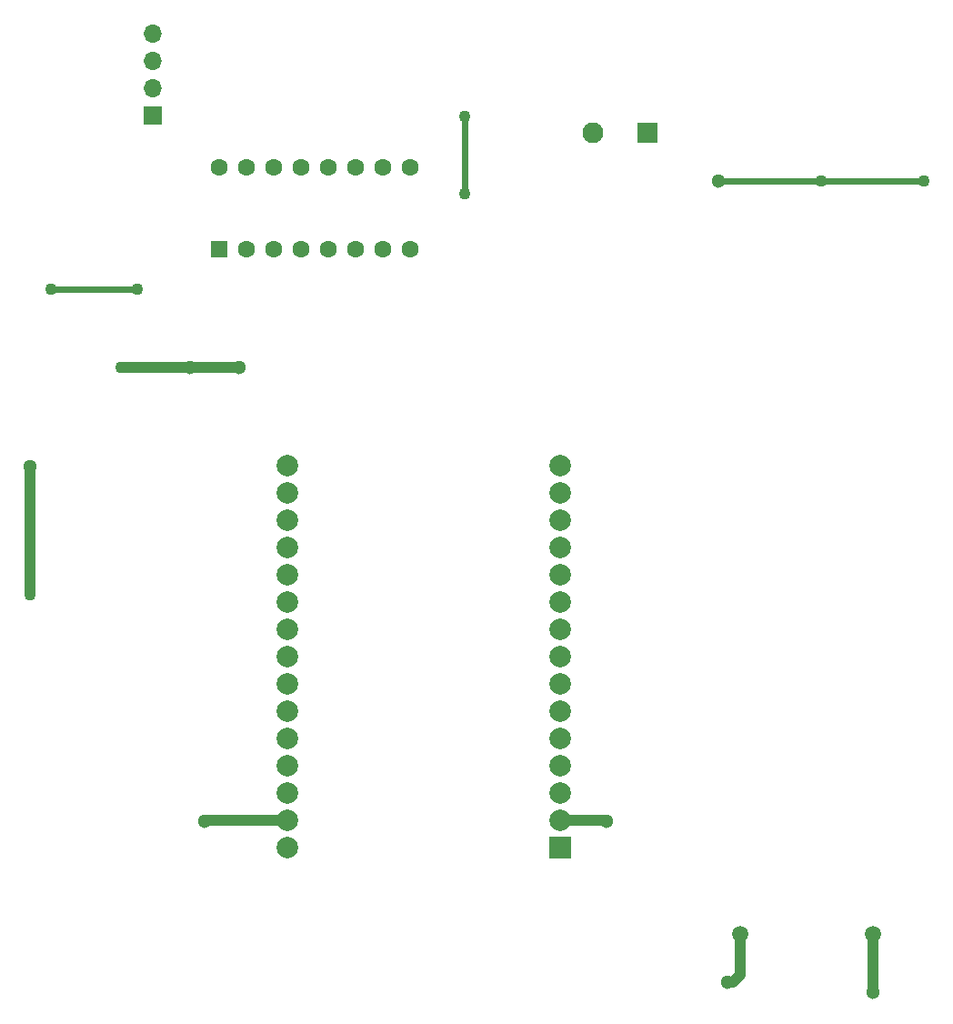
<source format=gbr>
%TF.GenerationSoftware,KiCad,Pcbnew,9.0.0*%
%TF.CreationDate,2025-03-03T21:57:04-05:00*%
%TF.ProjectId,Espacio inmersivo_esp 32,45737061-6369-46f2-9069-6e6d65727369,rev?*%
%TF.SameCoordinates,Original*%
%TF.FileFunction,Copper,L1,Top*%
%TF.FilePolarity,Positive*%
%FSLAX46Y46*%
G04 Gerber Fmt 4.6, Leading zero omitted, Abs format (unit mm)*
G04 Created by KiCad (PCBNEW 9.0.0) date 2025-03-03 21:57:04*
%MOMM*%
%LPD*%
G01*
G04 APERTURE LIST*
G04 Aperture macros list*
%AMRoundRect*
0 Rectangle with rounded corners*
0 $1 Rounding radius*
0 $2 $3 $4 $5 $6 $7 $8 $9 X,Y pos of 4 corners*
0 Add a 4 corners polygon primitive as box body*
4,1,4,$2,$3,$4,$5,$6,$7,$8,$9,$2,$3,0*
0 Add four circle primitives for the rounded corners*
1,1,$1+$1,$2,$3*
1,1,$1+$1,$4,$5*
1,1,$1+$1,$6,$7*
1,1,$1+$1,$8,$9*
0 Add four rect primitives between the rounded corners*
20,1,$1+$1,$2,$3,$4,$5,0*
20,1,$1+$1,$4,$5,$6,$7,0*
20,1,$1+$1,$6,$7,$8,$9,0*
20,1,$1+$1,$8,$9,$2,$3,0*%
G04 Aperture macros list end*
%TA.AperFunction,ComponentPad*%
%ADD10R,2.000000X2.000000*%
%TD*%
%TA.AperFunction,ComponentPad*%
%ADD11C,2.000000*%
%TD*%
%TA.AperFunction,ComponentPad*%
%ADD12C,1.508000*%
%TD*%
%TA.AperFunction,ComponentPad*%
%ADD13RoundRect,0.250000X0.550000X-0.550000X0.550000X0.550000X-0.550000X0.550000X-0.550000X-0.550000X0*%
%TD*%
%TA.AperFunction,ComponentPad*%
%ADD14C,1.600000*%
%TD*%
%TA.AperFunction,ComponentPad*%
%ADD15R,1.950000X1.950000*%
%TD*%
%TA.AperFunction,ComponentPad*%
%ADD16C,1.950000*%
%TD*%
%TA.AperFunction,ComponentPad*%
%ADD17R,1.700000X1.700000*%
%TD*%
%TA.AperFunction,ComponentPad*%
%ADD18O,1.700000X1.700000*%
%TD*%
%TA.AperFunction,ViaPad*%
%ADD19C,1.100000*%
%TD*%
%TA.AperFunction,ViaPad*%
%ADD20C,1.300000*%
%TD*%
%TA.AperFunction,Conductor*%
%ADD21C,0.600000*%
%TD*%
%TA.AperFunction,Conductor*%
%ADD22C,1.000000*%
%TD*%
G04 APERTURE END LIST*
D10*
%TO.P,U1,1,3V3*%
%TO.N,unconnected-(U1-3V3-Pad1)*%
X93870000Y-108480000D03*
D11*
%TO.P,U1,2,GND*%
%TO.N,GND*%
X93870000Y-105940000D03*
%TO.P,U1,3,D15*%
%TO.N,unconnected-(U1-D15-Pad3)*%
X93870000Y-103400000D03*
%TO.P,U1,4,D2*%
%TO.N,unconnected-(U1-D2-Pad4)*%
X93870000Y-100860000D03*
%TO.P,U1,5,D4*%
%TO.N,unconnected-(U1-D4-Pad5)*%
X93870000Y-98320000D03*
%TO.P,U1,6,RX2*%
%TO.N,unconnected-(U1-RX2-Pad6)*%
X93870000Y-95780000D03*
%TO.P,U1,7,TX2*%
%TO.N,unconnected-(U1-TX2-Pad7)*%
X93870000Y-93240000D03*
%TO.P,U1,8,D5*%
%TO.N,unconnected-(U1-D5-Pad8)*%
X93870000Y-90700000D03*
%TO.P,U1,9,D18*%
%TO.N,unconnected-(U1-D18-Pad9)*%
X93870000Y-88160000D03*
%TO.P,U1,10,D19*%
%TO.N,unconnected-(U1-D19-Pad10)*%
X93870000Y-85620000D03*
%TO.P,U1,11,D21*%
%TO.N,unconnected-(U1-D21-Pad11)*%
X93870000Y-83080000D03*
%TO.P,U1,12,RX0*%
%TO.N,unconnected-(U1-RX0-Pad12)*%
X93870000Y-80540000D03*
%TO.P,U1,13,TX0*%
%TO.N,unconnected-(U1-TX0-Pad13)*%
X93870000Y-78000000D03*
%TO.P,U1,14,D22*%
%TO.N,unconnected-(U1-D22-Pad14)*%
X93870000Y-75460000D03*
%TO.P,U1,15,D23*%
%TO.N,unconnected-(U1-D23-Pad15)*%
X93870000Y-72920000D03*
%TO.P,U1,16,EN*%
%TO.N,unconnected-(U1-EN-Pad16)*%
X68470000Y-72920000D03*
%TO.P,U1,17,VP*%
%TO.N,unconnected-(U1-VP-Pad17)*%
X68470000Y-75460000D03*
%TO.P,U1,18,VN*%
%TO.N,unconnected-(U1-VN-Pad18)*%
X68470000Y-78000000D03*
%TO.P,U1,19,D34*%
%TO.N,unconnected-(U1-D34-Pad19)*%
X68470000Y-80540000D03*
%TO.P,U1,20,D35*%
%TO.N,unconnected-(U1-D35-Pad20)*%
X68470000Y-83080000D03*
%TO.P,U1,21,D32*%
%TO.N,unconnected-(U1-D32-Pad21)*%
X68470000Y-85620000D03*
%TO.P,U1,22,D33*%
%TO.N,unconnected-(U1-D33-Pad22)*%
X68470000Y-88160000D03*
%TO.P,U1,23,D25*%
%TO.N,unconnected-(U1-D25-Pad23)*%
X68470000Y-90700000D03*
%TO.P,U1,24,D26*%
%TO.N,/2 A*%
X68470000Y-93240000D03*
%TO.P,U1,25,D27*%
%TO.N,/1 A*%
X68470000Y-95780000D03*
%TO.P,U1,26,D14*%
%TO.N,/ENA 1\u002C2*%
X68470000Y-98320000D03*
%TO.P,U1,27,D12*%
%TO.N,/echo*%
X68470000Y-100860000D03*
%TO.P,U1,28,D13*%
%TO.N,/trig*%
X68470000Y-103400000D03*
%TO.P,U1,29,GND*%
%TO.N,GND*%
X68470000Y-105940000D03*
%TO.P,U1,30,VIN*%
%TO.N,+5V*%
X68470000Y-108480000D03*
%TD*%
D12*
%TO.P,BT2,+*%
%TO.N,+BATT*%
X110650000Y-116500000D03*
%TO.P,BT2,-*%
%TO.N,GND*%
X123000000Y-116500000D03*
%TD*%
D13*
%TO.P,U2,1,EN1\u002C2*%
%TO.N,/ENA 1\u002C2*%
X62110000Y-52805000D03*
D14*
%TO.P,U2,2,1A*%
%TO.N,/1 A*%
X64650000Y-52805000D03*
%TO.P,U2,3,1Y*%
%TO.N,/pot_1y*%
X67190000Y-52805000D03*
%TO.P,U2,4,GND*%
%TO.N,GND*%
X69730000Y-52805000D03*
%TO.P,U2,5,GND*%
X72270000Y-52805000D03*
%TO.P,U2,6,2Y*%
%TO.N,/pot_2y*%
X74810000Y-52805000D03*
%TO.P,U2,7,2A*%
%TO.N,/2 A*%
X77350000Y-52805000D03*
%TO.P,U2,8,VCC2*%
%TO.N,+BATT*%
X79890000Y-52805000D03*
%TO.P,U2,9,EN3\u002C4*%
%TO.N,unconnected-(U2-EN3\u002C4-Pad9)*%
X79890000Y-45185000D03*
%TO.P,U2,10,3A*%
%TO.N,unconnected-(U2-3A-Pad10)*%
X77350000Y-45185000D03*
%TO.P,U2,11,3Y*%
%TO.N,unconnected-(U2-3Y-Pad11)*%
X74810000Y-45185000D03*
%TO.P,U2,12,GND*%
%TO.N,GND*%
X72270000Y-45185000D03*
%TO.P,U2,13,GND*%
X69730000Y-45185000D03*
%TO.P,U2,14,4Y*%
%TO.N,unconnected-(U2-4Y-Pad14)*%
X67190000Y-45185000D03*
%TO.P,U2,15,4A*%
%TO.N,unconnected-(U2-4A-Pad15)*%
X64650000Y-45185000D03*
%TO.P,U2,16,VCC1*%
%TO.N,+5V*%
X62110000Y-45185000D03*
%TD*%
D15*
%TO.P,J2,1,1*%
%TO.N,/pot_1y*%
X102027500Y-41975000D03*
D16*
%TO.P,J2,2,2*%
%TO.N,/pot_2y*%
X96947500Y-41975000D03*
%TD*%
D17*
%TO.P,J1,1,Pin_1*%
%TO.N,GND*%
X55975000Y-40300000D03*
D18*
%TO.P,J1,2,Pin_2*%
%TO.N,/echo*%
X55975000Y-37760000D03*
%TO.P,J1,3,Pin_3*%
%TO.N,/trig*%
X55975000Y-35220000D03*
%TO.P,J1,4,Pin_4*%
%TO.N,+5V*%
X55975000Y-32680000D03*
%TD*%
D19*
%TO.N,GND*%
X46500000Y-56500000D03*
D20*
X108600000Y-46400000D03*
D19*
X44500000Y-85000000D03*
X53000000Y-63800000D03*
D20*
X98200000Y-106000000D03*
D19*
X85000000Y-40400000D03*
D20*
X44500000Y-73000000D03*
D19*
X85000000Y-47600000D03*
D20*
X64000000Y-63800000D03*
X60800000Y-106000000D03*
D19*
X127800000Y-46400000D03*
X118200000Y-46400000D03*
D20*
X59400000Y-63800000D03*
D19*
X54500000Y-56500000D03*
D20*
X123000000Y-122000000D03*
%TO.N,+BATT*%
X109500000Y-121000000D03*
%TD*%
D21*
%TO.N,GND*%
X118200000Y-46400000D02*
X108600000Y-46400000D01*
D22*
X44500000Y-85000000D02*
X44500000Y-73000000D01*
X98140000Y-105940000D02*
X98200000Y-106000000D01*
X59400000Y-63800000D02*
X64000000Y-63800000D01*
X68470000Y-105940000D02*
X60860000Y-105940000D01*
D21*
X127800000Y-46400000D02*
X118200000Y-46400000D01*
D22*
X60860000Y-105940000D02*
X60800000Y-106000000D01*
X123000000Y-116500000D02*
X123000000Y-122000000D01*
D21*
X85000000Y-40400000D02*
X85000000Y-47600000D01*
D22*
X93870000Y-105940000D02*
X98140000Y-105940000D01*
D21*
X46500000Y-56500000D02*
X54500000Y-56500000D01*
D22*
X59400000Y-63800000D02*
X53000000Y-63800000D01*
%TO.N,+BATT*%
X110650000Y-120350000D02*
X110500000Y-120500000D01*
X110000000Y-121000000D02*
X109500000Y-121000000D01*
X110500000Y-120500000D02*
X110000000Y-121000000D01*
X110650000Y-116500000D02*
X110650000Y-120000000D01*
%TD*%
M02*

</source>
